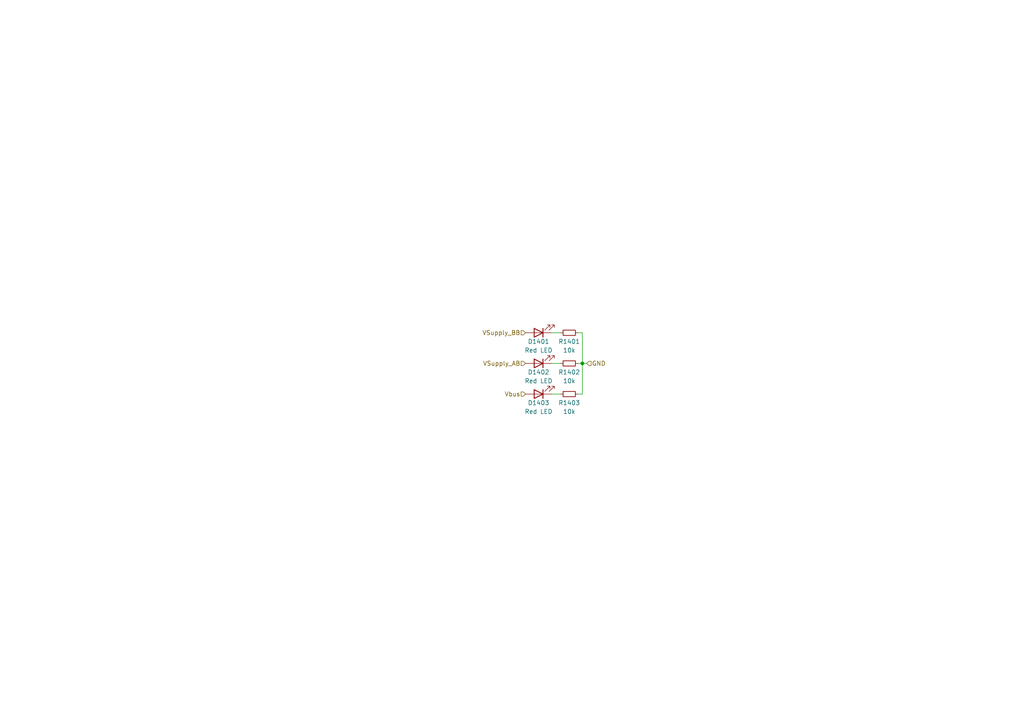
<source format=kicad_sch>
(kicad_sch (version 20250114) (generator "eeschema") (generator_version "9.0")
  (paper "A4")
  (lib_symbols
    (symbol "Device:LED" (pin_numbers (hide yes)) (pin_names (offset 1.016) (hide yes))
      (property "Reference" "D" (at 0 2.54 0))
      (property "Value" "LED" (at 0 -2.54 0))
      (symbol "LED_0_1"
        (polyline (pts (xy -3.048 -0.762) (xy -4.572 -2.286) (xy -3.81 -2.286) (xy -4.572 -2.286) (xy -4.572 -1.524)))
        (polyline (pts (xy -1.778 -0.762) (xy -3.302 -2.286) (xy -2.54 -2.286) (xy -3.302 -2.286) (xy -3.302 -1.524)))
        (polyline (pts (xy -1.27 0) (xy 1.27 0)))
        (polyline (pts (xy -1.27 -1.27) (xy -1.27 1.27)) (stroke (width 0.254)))
        (polyline (pts (xy 1.27 -1.27) (xy 1.27 1.27) (xy -1.27 0) (xy 1.27 -1.27)) (stroke (width 0.254)))
      )
      (symbol "LED_1_1"
        (pin passive line (at -3.81 0 0) (length 2.54) (name "K") (number "1"))
        (pin passive line (at 3.81 0 180) (length 2.54) (name "A") (number "2"))
      )
    )
    (symbol "Device:R_Small" (pin_numbers (hide yes)) (pin_names (offset 0.254) (hide yes))
      (property "Reference" "R" (at 0.762 0.508 0))
      (property "Value" "R_Small" (at 0.762 -1.016 0))
      (symbol "R_Small_0_1"
        (rectangle (start -0.762 1.778) (end 0.762 -1.778) (stroke (width 0.2032)))
      )
      (symbol "R_Small_1_1"
        (pin passive line (at 0 2.54 270) (length 0.762) (name "~") (number "1"))
        (pin passive line (at 0 -2.54 90) (length 0.762) (name "~") (number "2"))
      )
    )
  )
  (junction (at 168.91 105.41))
  (wire (pts (xy 167.64 105.41) (xy 168.91 105.41)))
  (wire (pts (xy 168.91 96.52) (xy 168.91 105.41)))
  (wire (pts (xy 167.64 114.3) (xy 168.91 114.3)))
  (wire (pts (xy 160.02 114.3) (xy 162.56 114.3)))
  (wire (pts (xy 167.64 96.52) (xy 168.91 96.52)))
  (wire (pts (xy 160.02 105.41) (xy 162.56 105.41)))
  (wire (pts (xy 160.02 96.52) (xy 162.56 96.52)))
  (wire (pts (xy 168.91 105.41) (xy 170.18 105.41)))
  (wire (pts (xy 168.91 105.41) (xy 168.91 114.3)))
  (hierarchical_label "GND" (shape input) (at 170.18 105.41 0))
  (hierarchical_label "VSupply_BB" (shape input) (at 152.4 96.52 180))
  (hierarchical_label "Vbus" (shape input) (at 152.4 114.3 180))
  (hierarchical_label "VSupply_AB" (shape input) (at 152.4 105.41 180))
  (symbol (lib_id "Device:R_Small") (at 165.1 105.41 90) (unit 1)
    (property "Reference" "R1402" (at 165.1 107.95 90))
    (property "Value" "10k" (at 165.1 110.49 90))
    (property "Footprint" "Resistor_SMD:R_0402_1005Metric" (effects (hide yes)))
    (property "Fournisseur" "Stock" (effects (hide yes)))
  )
  (symbol (lib_id "Device:R_Small") (at 165.1 96.52 90) (unit 1)
    (property "Reference" "R1401" (at 165.1 99.06 90))
    (property "Value" "10k" (at 165.1 101.6 90))
    (property "Footprint" "Resistor_SMD:R_0402_1005Metric" (effects (hide yes)))
    (property "Fournisseur" "Stock" (effects (hide yes)))
  )
  (symbol (lib_id "Device:LED") (at 156.21 114.3 180) (unit 1)
    (property "Reference" "D1403" (at 156.21 116.84 0))
    (property "Value" "Red LED" (at 156.21 119.38 0))
    (property "Footprint" "LED_SMD:LED_0603_1608Metric" (effects (hide yes)))
    (property "Fournisseur" "Wurth" (effects (hide yes)))
    (property "MFR" "150 060 RS5 504 0" (effects (hide yes)))
  )
  (symbol (lib_id "Device:LED") (at 156.21 105.41 180) (unit 1)
    (property "Reference" "D1402" (at 156.21 107.95 0))
    (property "Value" "Red LED" (at 156.21 110.49 0))
    (property "Footprint" "LED_SMD:LED_0603_1608Metric" (effects (hide yes)))
    (property "Fournisseur" "Wurth" (effects (hide yes)))
    (property "MFR" "150 060 RS5 504 0" (effects (hide yes)))
  )
  (symbol (lib_id "Device:LED") (at 156.21 96.52 180) (unit 1)
    (property "Reference" "D1401" (at 156.21 99.06 0))
    (property "Value" "Red LED" (at 156.21 101.6 0))
    (property "Footprint" "LED_SMD:LED_0603_1608Metric" (effects (hide yes)))
    (property "Fournisseur" "Wurth" (effects (hide yes)))
    (property "MFR" "150 060 RS5 504 0" (effects (hide yes)))
  )
  (symbol (lib_id "Device:R_Small") (at 165.1 114.3 90) (unit 1)
    (property "Reference" "R1403" (at 165.1 116.84 90))
    (property "Value" "10k" (at 165.1 119.38 90))
    (property "Footprint" "Resistor_SMD:R_0402_1005Metric" (effects (hide yes)))
    (property "Fournisseur" "Farnell" (effects (hide yes)))
    (property "MFR" "CRCW0402390RFKEDC" (effects (hide yes)))
    (property "Ref" "4177482" (effects (hide yes)))
  )
)
</source>
